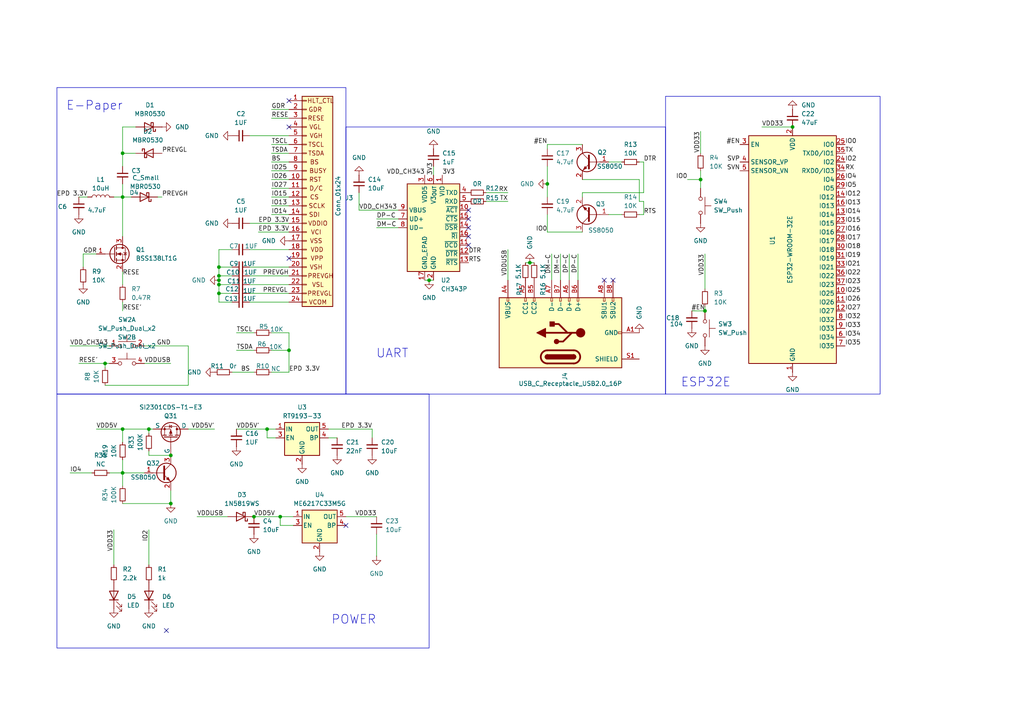
<source format=kicad_sch>
(kicad_sch (version 20250114) (generator "eeschema") (generator_version "9.0")
  (paper "A4")
  (lib_symbols
    (symbol "Connector:USB_C_Receptacle_USB2.0_16P" (pin_names (offset 1.016))
      (property "Reference" "J" (at 0 22.225 0))
      (property "Value" "USB_C_Receptacle_USB2.0_16P" (at 0 19.685 0))
      (symbol "USB_C_Receptacle_USB2.0_16P_1_1"
        (pin passive line (at -7.62 -22.86 90) (length 5.08) (name "SHIELD") (number "S1"))
        (pin passive line (at 0 -22.86 90) (length 5.08) (name "GND") (number "A1"))
        (pin passive line (at 0 -22.86 90) (length 5.08) (hide yes) (name "GND") (number "A12"))
        (pin passive line (at 0 -22.86 90) (length 5.08) (hide yes) (name "GND") (number "B1"))
        (pin passive line (at 0 -22.86 90) (length 5.08) (hide yes) (name "GND") (number "B12"))
        (pin passive line (at 15.24 15.24 180) (length 5.08) (name "VBUS") (number "A4"))
        (pin passive line (at 15.24 15.24 180) (length 5.08) (hide yes) (name "VBUS") (number "A9"))
        (pin passive line (at 15.24 15.24 180) (length 5.08) (hide yes) (name "VBUS") (number "B4"))
        (pin passive line (at 15.24 15.24 180) (length 5.08) (hide yes) (name "VBUS") (number "B9"))
        (pin bidirectional line (at 15.24 10.16 180) (length 5.08) (name "CC1") (number "A5"))
        (pin bidirectional line (at 15.24 7.62 180) (length 5.08) (name "CC2") (number "B5"))
        (pin bidirectional line (at 15.24 2.54 180) (length 5.08) (name "D-") (number "A7"))
        (pin bidirectional line (at 15.24 0 180) (length 5.08) (name "D-") (number "B7"))
        (pin bidirectional line (at 15.24 -2.54 180) (length 5.08) (name "D+") (number "A6"))
        (pin bidirectional line (at 15.24 -5.08 180) (length 5.08) (name "D+") (number "B6"))
        (pin bidirectional line (at 15.24 -12.7 180) (length 5.08) (name "SBU1") (number "A8"))
        (pin bidirectional line (at 15.24 -15.24 180) (length 5.08) (name "SBU2") (number "B8"))
      )
    )
    (symbol "Connector_Generic:Conn_01x24" (pin_names (offset 1.016) (hide yes))
      (property "Reference" "J3" (at 2.54 0.0001 0))
      (property "Value" "Conn_01x24" (at 2.54 -2.5399 0))
      (symbol "Conn_01x24_1_1"
        (text "BS" (at 2.286 10.16 0) (effects (font (size 1.27 1.27))))
        (text "CS" (at 2.286 0 0) (effects (font (size 1.27 1.27))))
        (text "SDI" (at 2.286 -5.08 0) (effects (font (size 1.27 1.27))))
        (text "GDR" (at 2.54 25.4 0) (effects (font (size 1.27 1.27))))
        (text "VGL" (at 2.54 20.32 0) (effects (font (size 1.27 1.27))))
        (text "RST" (at 2.54 5.08 0) (effects (font (size 1.27 1.27))))
        (text "RESE\n" (at 2.794 22.86 0) (effects (font (size 1.27 1.27))))
        (text "VGH" (at 2.794 17.78 0) (effects (font (size 1.27 1.27))))
        (text "TSCL" (at 2.794 15.24 0) (effects (font (size 1.27 1.27))))
        (text "TSDA" (at 2.794 12.7 0) (effects (font (size 1.27 1.27))))
        (text "D/C\n" (at 2.794 2.54 0) (effects (font (size 1.27 1.27))))
        (text "VCI" (at 2.794 -10.16 0) (effects (font (size 1.27 1.27))))
        (text "VSS" (at 2.794 -12.7 0) (effects (font (size 1.27 1.27))))
        (text "VSH" (at 2.794 -20.32 0) (effects (font (size 1.27 1.27))))
        (text "SCLK" (at 3.048 -2.54 0) (effects (font (size 1.27 1.27))))
        (text "VDD" (at 3.048 -15.24 0) (effects (font (size 1.27 1.27))))
        (text "VPP" (at 3.048 -17.78 0) (effects (font (size 1.27 1.27))))
        (text "BUSY" (at 3.302 7.62 0) (effects (font (size 1.27 1.27))))
        (text "VDDIO" (at 3.302 -7.62 0) (effects (font (size 1.27 1.27))))
        (text "VSL" (at 3.302 -25.4 0) (effects (font (size 1.27 1.27))))
        (text "VCOM" (at 3.302 -30.48 0) (effects (font (size 1.27 1.27))))
        (text "PREVGL\n" (at 3.81 -27.94 0) (effects (font (size 1.27 1.27))))
        (text "HLT_CTL" (at 4.064 27.94 0) (effects (font (size 1.27 1.27))))
        (text "PREVGH" (at 4.064 -22.86 0) (effects (font (size 1.27 1.27))))
        (pin passive line (at -5.08 27.94 0) (length 3.81) (name "Pin_1") (number "1"))
        (pin passive line (at -5.08 25.4 0) (length 3.81) (name "Pin_2") (number "2"))
        (pin passive line (at -5.08 22.86 0) (length 3.81) (name "Pin_3") (number "3"))
        (pin passive line (at -5.08 20.32 0) (length 3.81) (name "Pin_4") (number "4"))
        (pin passive line (at -5.08 17.78 0) (length 3.81) (name "Pin_5") (number "5"))
        (pin passive line (at -5.08 15.24 0) (length 3.81) (name "Pin_6") (number "6"))
        (pin passive line (at -5.08 12.7 0) (length 3.81) (name "Pin_7") (number "7"))
        (pin passive line (at -5.08 10.16 0) (length 3.81) (name "Pin_8") (number "8"))
        (pin passive line (at -5.08 7.62 0) (length 3.81) (name "Pin_9") (number "9"))
        (pin passive line (at -5.08 5.08 0) (length 3.81) (name "Pin_10") (number "10"))
        (pin passive line (at -5.08 2.54 0) (length 3.81) (name "Pin_11") (number "11"))
        (pin passive line (at -5.08 0 0) (length 3.81) (name "Pin_12") (number "12"))
        (pin passive line (at -5.08 -2.54 0) (length 3.81) (name "Pin_13") (number "13"))
        (pin passive line (at -5.08 -5.08 0) (length 3.81) (name "Pin_14") (number "14"))
        (pin passive line (at -5.08 -7.62 0) (length 3.81) (name "Pin_15") (number "15"))
        (pin passive line (at -5.08 -10.16 0) (length 3.81) (name "Pin_16") (number "16"))
        (pin passive line (at -5.08 -12.7 0) (length 3.81) (name "Pin_17") (number "17"))
        (pin passive line (at -5.08 -15.24 0) (length 3.81) (name "Pin_18") (number "18"))
        (pin passive line (at -5.08 -17.78 0) (length 3.81) (name "Pin_19") (number "19"))
        (pin passive line (at -5.08 -20.32 0) (length 3.81) (name "Pin_20") (number "20"))
        (pin passive line (at -5.08 -22.86 0) (length 3.81) (name "Pin_21") (number "21"))
        (pin passive line (at -5.08 -25.4 0) (length 3.81) (name "Pin_22") (number "22"))
        (pin passive line (at -5.08 -27.94 0) (length 3.81) (name "Pin_23") (number "23"))
        (pin passive line (at -5.08 -30.48 0) (length 3.81) (name "Pin_24") (number "24"))
      )
    )
    (symbol "Device:C_Small" (pin_numbers (hide yes)) (pin_names (offset 0.254) (hide yes))
      (property "Reference" "C" (at 0.254 1.778 0))
      (property "Value" "C_Small" (at 0.254 -2.032 0))
      (symbol "C_Small_1_1"
        (pin passive line (at 0 2.54 270) (length 2.032) (name "~") (number "1"))
        (pin passive line (at 0 -2.54 90) (length 2.032) (name "~") (number "2"))
      )
    )
    (symbol "Device:L" (pin_numbers (hide yes)) (pin_names (offset 1.016) (hide yes))
      (property "Reference" "L" (at -1.27 0 90))
      (property "Value" "L" (at 1.905 0 90))
      (symbol "L_1_1"
        (pin passive line (at 0 3.81 270) (length 1.27) (name "1") (number "1"))
        (pin passive line (at 0 -3.81 90) (length 1.27) (name "2") (number "2"))
      )
    )
    (symbol "Device:LED" (pin_numbers (hide yes)) (pin_names (offset 1.016) (hide yes))
      (property "Reference" "D" (at 0 2.54 0))
      (property "Value" "LED" (at 0 -2.54 0))
      (symbol "LED_1_1"
        (pin passive line (at -3.81 0 0) (length 2.54) (name "K") (number "1"))
        (pin passive line (at 3.81 0 180) (length 2.54) (name "A") (number "2"))
      )
    )
    (symbol "Device:R_Small" (pin_numbers (hide yes)) (pin_names (offset 0.254) (hide yes))
      (property "Reference" "R" (at 0.762 0.508 0))
      (property "Value" "R_Small" (at 0.762 -1.016 0))
      (symbol "R_Small_1_1"
        (pin passive line (at 0 2.54 270) (length 0.762) (name "~") (number "1"))
        (pin passive line (at 0 -2.54 90) (length 0.762) (name "~") (number "2"))
      )
    )
    (symbol "Diode:1N5819WS" (pin_numbers (hide yes)) (pin_names (offset 1.016) (hide yes))
      (property "Reference" "D" (at 0 2.54 0))
      (property "Value" "1N5819WS" (at 0 -2.54 0))
      (symbol "1N5819WS_1_1"
        (pin passive line (at -3.81 0 0) (length 2.54) (name "K") (number "1"))
        (pin passive line (at 3.81 0 180) (length 2.54) (name "A") (number "2"))
      )
    )
    (symbol "Diode:MBR0530" (pin_numbers (hide yes)) (pin_names (offset 1.016) (hide yes))
      (property "Reference" "D" (at 0 2.54 0))
      (property "Value" "MBR0530" (at 0 -2.54 0))
      (symbol "MBR0530_1_1"
        (pin passive line (at -3.81 0 0) (length 2.54) (name "K") (number "1"))
        (pin passive line (at 3.81 0 180) (length 2.54) (name "A") (number "2"))
      )
    )
    (symbol "Interface_USB:CH343P"
      (property "Reference" "U" (at -8.89 13.97 0))
      (property "Value" "CH343P" (at 7.62 13.97 0))
      (symbol "CH343P_1_0"
        (pin power_in line (at -2.54 -15.24 90) (length 2.54) (name "GND_EPAD") (number "17"))
        (pin power_in line (at 0 -15.24 90) (length 2.54) (name "GND") (number "2"))
      )
      (symbol "CH343P_1_1"
        (pin input line (at -10.16 5.08 0) (length 2.54) (name "VBUS") (number "9"))
        (pin bidirectional line (at -10.16 2.54 0) (length 2.54) (name "UD+") (number "7"))
        (pin bidirectional line (at -10.16 0 0) (length 2.54) (name "UD-") (number "8"))
        (pin power_in line (at -2.54 15.24 270) (length 2.54) (name "VDD5") (number "3"))
        (pin power_out line (at 0 15.24 270) (length 2.54) (name "V3_{OUT}") (number "6"))
        (pin power_in line (at 2.54 15.24 270) (length 2.54) (name "VIO") (number "1"))
        (pin output line (at 10.16 10.16 180) (length 2.54) (name "TXD") (number "4"))
        (pin input line (at 10.16 7.62 180) (length 2.54) (name "RXD") (number "5"))
        (pin output line (at 10.16 5.08 180) (length 2.54) (name "~{ACT}") (number "10"))
        (pin input line (at 10.16 2.54 180) (length 2.54) (name "~{CTS}") (number "15"))
        (pin input line (at 10.16 0 180) (length 2.54) (name "~{DSR}") (number "14"))
        (pin input line (at 10.16 -2.54 180) (length 2.54) (name "~{RI}") (number "16"))
        (pin input line (at 10.16 -5.08 180) (length 2.54) (name "~{DCD}") (number "11"))
        (pin output line (at 10.16 -7.62 180) (length 2.54) (name "~{DTR}") (number "12"))
        (pin output line (at 10.16 -10.16 180) (length 2.54) (name "~{RTS}") (number "13"))
      )
    )
    (symbol "RF_Module:ESP32-WROOM-32E"
      (property "Reference" "U" (at -12.7 34.29 0))
      (property "Value" "ESP32-WROOM-32E" (at 1.27 34.29 0))
      (symbol "ESP32-WROOM-32E_1_1"
        (pin input line (at -15.24 30.48 0) (length 2.54) (name "EN") (number "3"))
        (pin input line (at -15.24 25.4 0) (length 2.54) (name "SENSOR_VP") (number "4"))
        (pin input line (at -15.24 22.86 0) (length 2.54) (name "SENSOR_VN") (number "5"))
        (pin no_connect line (at -12.7 0 0) (length 2.54) (hide yes) (name "NC") (number "21"))
        (pin no_connect line (at -12.7 -2.54 0) (length 2.54) (hide yes) (name "NC") (number "22"))
        (pin no_connect line (at -12.7 -5.08 0) (length 2.54) (hide yes) (name "NC") (number "17"))
        (pin no_connect line (at -12.7 -7.62 0) (length 2.54) (hide yes) (name "NC") (number "18"))
        (pin no_connect line (at -12.7 -10.16 0) (length 2.54) (hide yes) (name "NC") (number "20"))
        (pin no_connect line (at -12.7 -12.7 0) (length 2.54) (hide yes) (name "NC") (number "19"))
        (pin no_connect line (at -12.7 -27.94 0) (length 2.54) (hide yes) (name "NC") (number "32"))
        (pin power_in line (at 0 35.56 270) (length 2.54) (name "VDD") (number "2"))
        (pin power_in line (at 0 -35.56 90) (length 2.54) (name "GND") (number "1"))
        (pin passive line (at 0 -35.56 90) (length 2.54) (hide yes) (name "GND") (number "15"))
        (pin passive line (at 0 -35.56 90) (length 2.54) (hide yes) (name "GND") (number "38"))
        (pin passive line (at 0 -35.56 90) (length 2.54) (hide yes) (name "GND") (number "39"))
        (pin bidirectional line (at 15.24 30.48 180) (length 2.54) (name "IO0") (number "25"))
        (pin bidirectional line (at 15.24 27.94 180) (length 2.54) (name "TXD0/IO1") (number "35"))
        (pin bidirectional line (at 15.24 25.4 180) (length 2.54) (name "IO2") (number "24"))
        (pin bidirectional line (at 15.24 22.86 180) (length 2.54) (name "RXD0/IO3") (number "34"))
        (pin bidirectional line (at 15.24 20.32 180) (length 2.54) (name "IO4") (number "26"))
        (pin bidirectional line (at 15.24 17.78 180) (length 2.54) (name "IO5") (number "29"))
        (pin bidirectional line (at 15.24 15.24 180) (length 2.54) (name "IO12") (number "14"))
        (pin bidirectional line (at 15.24 12.7 180) (length 2.54) (name "IO13") (number "16"))
        (pin bidirectional line (at 15.24 10.16 180) (length 2.54) (name "IO14") (number "13"))
        (pin bidirectional line (at 15.24 7.62 180) (length 2.54) (name "IO15") (number "23"))
        (pin bidirectional line (at 15.24 5.08 180) (length 2.54) (name "IO16") (number "27"))
        (pin bidirectional line (at 15.24 2.54 180) (length 2.54) (name "IO17") (number "28"))
        (pin bidirectional line (at 15.24 0 180) (length 2.54) (name "IO18") (number "30"))
        (pin bidirectional line (at 15.24 -2.54 180) (length 2.54) (name "IO19") (number "31"))
        (pin bidirectional line (at 15.24 -5.08 180) (length 2.54) (name "IO21") (number "33"))
        (pin bidirectional line (at 15.24 -7.62 180) (length 2.54) (name "IO22") (number "36"))
        (pin bidirectional line (at 15.24 -10.16 180) (length 2.54) (name "IO23") (number "37"))
        (pin bidirectional line (at 15.24 -12.7 180) (length 2.54) (name "IO25") (number "10"))
        (pin bidirectional line (at 15.24 -15.24 180) (length 2.54) (name "IO26") (number "11"))
        (pin bidirectional line (at 15.24 -17.78 180) (length 2.54) (name "IO27") (number "12"))
        (pin bidirectional line (at 15.24 -20.32 180) (length 2.54) (name "IO32") (number "8"))
        (pin bidirectional line (at 15.24 -22.86 180) (length 2.54) (name "IO33") (number "9"))
        (pin input line (at 15.24 -25.4 180) (length 2.54) (name "IO34") (number "6"))
        (pin input line (at 15.24 -27.94 180) (length 2.54) (name "IO35") (number "7"))
      )
    )
    (symbol "Regulator_Linear:MIC5219-2.5YM5" (pin_names (offset 0.254))
      (property "Reference" "U" (at -3.81 5.715 0))
      (property "Value" "MIC5219-2.5YM5" (at 0 5.715 0))
      (symbol "MIC5219-2.5YM5_1_1"
        (pin power_in line (at -7.62 2.54 0) (length 2.54) (name "IN") (number "1"))
        (pin input line (at -7.62 0 0) (length 2.54) (name "EN") (number "3"))
        (pin power_in line (at 0 -7.62 90) (length 2.54) (name "GND") (number "2"))
        (pin power_out line (at 7.62 2.54 180) (length 2.54) (name "OUT") (number "5"))
        (pin input line (at 7.62 0 180) (length 2.54) (name "BP") (number "4"))
      )
    )
    (symbol "Simulation_SPICE:PMOS" (pin_numbers (hide yes)) (pin_names (offset 0))
      (property "Reference" "Q" (at 5.08 1.27 0))
      (property "Value" "PMOS" (at 5.08 -1.27 0))
      (symbol "PMOS_1_1"
        (pin input line (at -5.08 0 0) (length 2.54) (name "G") (number "2"))
        (pin passive line (at 2.54 5.08 270) (length 2.54) (name "D") (number "1"))
        (pin passive line (at 2.54 -5.08 90) (length 2.54) (name "S") (number "3"))
      )
    )
    (symbol "Switch:SW_Push" (pin_numbers (hide yes)) (pin_names (offset 1.016) (hide yes))
      (property "Reference" "SW" (at 1.27 2.54 0))
      (property "Value" "SW_Push" (at 0 -1.524 0))
      (symbol "SW_Push_0_1"
        (pin passive line (at -5.08 0 0) (length 2.54) (name "1") (number "1"))
        (pin passive line (at 5.08 0 180) (length 2.54) (name "2") (number "2"))
      )
    )
    (symbol "Switch:SW_Push_Dual_x2" (pin_names (offset 1.016) (hide yes))
      (property "Reference" "SW" (at 1.27 2.54 0))
      (property "Value" "SW_Push_Dual_x2" (at 0 -1.524 0))
      (symbol "SW_Push_Dual_x2_1_1"
        (pin passive line (at -5.08 0 0) (length 2.54) (name "C") (number "1"))
        (pin passive line (at 5.08 0 180) (length 2.54) (name "D") (number "2"))
      )
      (symbol "SW_Push_Dual_x2_2_1"
        (pin passive line (at -5.08 0 0) (length 2.54) (name "C") (number "3"))
        (pin passive line (at 5.08 0 180) (length 2.54) (name "D") (number "4"))
      )
    )
    (symbol "Transistor_BJT:SS8050" (pin_names (offset 0) (hide yes))
      (property "Reference" "Q" (at 5.08 1.905 0))
      (property "Value" "SS8050" (at 5.08 0 0))
      (symbol "SS8050_1_1"
        (pin input line (at -5.08 0 0) (length 2.54) (name "B") (number "1"))
        (pin passive line (at 2.54 5.08 270) (length 2.54) (name "C") (number "3"))
        (pin passive line (at 2.54 -5.08 90) (length 2.54) (name "E") (number "2"))
      )
    )
    (symbol "Transistor_FET:AO3400A" (pin_names (hide yes))
      (property "Reference" "Q" (at 5.08 1.905 0))
      (property "Value" "AO3400A" (at 5.08 0 0))
      (symbol "AO3400A_1_1"
        (pin input line (at -5.08 0 0) (length 2.54) (name "G") (number "1"))
        (pin passive line (at 2.54 5.08 270) (length 2.54) (name "D") (number "3"))
        (pin passive line (at 2.54 -5.08 90) (length 2.54) (name "S") (number "2"))
      )
    )
    (symbol "power:GND" (power) (pin_numbers (hide yes)) (pin_names (offset 0) (hide yes))
      (property "Value" "GND" (at 0 -3.81 0))
      (symbol "GND_1_1"
        (pin power_in line (at 0 0 270) (length 0) (name "~") (number "1"))
      )
    )
  )
  (rectangle (start 16.51 114.3) (end 124.46 187.96))
  (rectangle (start 193.04 27.94) (end 255.27 114.3))
  (rectangle (start 16.51 25.4) (end 100.33 114.3))
  (rectangle (start 100.33 36.83) (end 193.04 114.3))
  (text "UART" (at 113.792 102.616 0) (effects (font (size 2.54 2.54))))
  (text "POWER" (at 102.616 179.832 0) (effects (font (size 2.54 2.54))))
  (text "ESP32E" (at 204.724 110.998 0) (effects (font (size 2.54 2.54))))
  (text "E-Paper" (at 27.432 30.734 0) (effects (font (size 2.54 2.54))))
  (junction (at 35.56 44.45))
  (junction (at 63.5 77.47))
  (junction (at 81.28 149.86))
  (junction (at 49.53 132.08))
  (junction (at 73.66 149.86))
  (junction (at 30.48 105.41))
  (junction (at 63.5 85.09))
  (junction (at 158.75 53.34))
  (junction (at 124.46 81.28))
  (junction (at 35.56 137.16))
  (junction (at 153.67 76.2))
  (junction (at 77.47 124.46))
  (junction (at 204.47 90.17))
  (junction (at 63.5 82.55))
  (junction (at 49.53 146.05))
  (junction (at 35.56 57.15))
  (junction (at 63.5 80.01))
  (junction (at 203.2 52.07))
  (junction (at 229.87 36.83))
  (junction (at 35.56 124.46))
  (junction (at 43.18 124.46))
  (junction (at 83.82 101.6))
  (junction (at 63.5 81.28))
  (no_connect (at 135.89 63.5))
  (no_connect (at 83.82 36.83))
  (no_connect (at 48.26 182.88))
  (no_connect (at 135.89 66.04))
  (no_connect (at 135.89 68.58))
  (no_connect (at 135.89 60.96))
  (no_connect (at 100.33 152.4))
  (no_connect (at 83.82 74.93))
  (no_connect (at 83.82 29.21))
  (no_connect (at 135.89 71.12))
  (no_connect (at 175.26 81.28))
  (no_connect (at 177.8 81.28))
  (wire (pts (xy 54.61 111.76) (xy 30.48 111.76)))
  (wire (pts (xy 63.5 80.01) (xy 63.5 81.28)))
  (wire (pts (xy 72.39 72.39) (xy 83.82 72.39)))
  (wire (pts (xy 100.33 149.86) (xy 109.22 149.86)))
  (wire (pts (xy 124.46 81.28) (xy 125.73 81.28)))
  (wire (pts (xy 95.25 127) (xy 97.79 127)))
  (wire (pts (xy 72.39 82.55) (xy 83.82 82.55)))
  (wire (pts (xy 63.5 82.55) (xy 63.5 85.09)))
  (wire (pts (xy 35.56 124.46) (xy 35.56 128.27)))
  (wire (pts (xy 67.31 72.39) (xy 63.5 72.39)))
  (wire (pts (xy 168.91 55.88) (xy 186.69 55.88)))
  (wire (pts (xy 63.5 77.47) (xy 63.5 80.01)))
  (wire (pts (xy 20.32 100.33) (xy 31.75 100.33)))
  (wire (pts (xy 72.39 85.09) (xy 83.82 85.09)))
  (wire (pts (xy 63.5 81.28) (xy 63.5 82.55)))
  (wire (pts (xy 49.53 146.05) (xy 49.53 142.24)))
  (wire (pts (xy 22.86 105.41) (xy 30.48 105.41)))
  (wire (pts (xy 85.09 152.4) (xy 81.28 152.4)))
  (wire (pts (xy 35.56 53.34) (xy 35.56 57.15)))
  (wire (pts (xy 27.94 124.46) (xy 35.56 124.46)))
  (wire (pts (xy 186.69 62.23) (xy 185.42 62.23)))
  (wire (pts (xy 104.14 55.88) (xy 104.14 60.96)))
  (wire (pts (xy 200.66 90.17) (xy 204.47 90.17)))
  (wire (pts (xy 186.69 58.42) (xy 186.69 62.23)))
  (wire (pts (xy 185.42 58.42) (xy 186.69 58.42)))
  (wire (pts (xy 158.75 41.91) (xy 168.91 41.91)))
  (wire (pts (xy 95.25 124.46) (xy 107.95 124.46)))
  (wire (pts (xy 81.28 152.4) (xy 81.28 149.86)))
  (wire (pts (xy 78.74 57.15) (xy 83.82 57.15)))
  (wire (pts (xy 41.91 105.41) (xy 49.53 105.41)))
  (wire (pts (xy 147.32 55.88) (xy 140.97 55.88)))
  (wire (pts (xy 35.56 124.46) (xy 43.18 124.46)))
  (wire (pts (xy 43.18 125.73) (xy 43.18 124.46)))
  (wire (pts (xy 30.48 105.41) (xy 31.75 105.41)))
  (wire (pts (xy 165.1 73.66) (xy 165.1 81.28)))
  (wire (pts (xy 123.19 81.28) (xy 124.46 81.28)))
  (wire (pts (xy 109.22 161.29) (xy 109.22 154.94)))
  (wire (pts (xy 35.56 133.35) (xy 35.56 137.16)))
  (wire (pts (xy 62.23 124.46) (xy 54.61 124.46)))
  (wire (pts (xy 72.39 39.37) (xy 83.82 39.37)))
  (wire (pts (xy 204.47 73.66) (xy 204.47 83.82)))
  (wire (pts (xy 54.61 100.33) (xy 54.61 111.76)))
  (wire (pts (xy 186.69 46.99) (xy 185.42 46.99)))
  (wire (pts (xy 22.86 57.15) (xy 25.4 57.15)))
  (wire (pts (xy 68.58 101.6) (xy 73.66 101.6)))
  (wire (pts (xy 199.39 52.07) (xy 203.2 52.07)))
  (wire (pts (xy 72.39 77.47) (xy 83.82 77.47)))
  (wire (pts (xy 204.47 88.9) (xy 204.47 90.17)))
  (wire (pts (xy 78.74 52.07) (xy 83.82 52.07)))
  (wire (pts (xy 35.56 140.97) (xy 35.56 137.16)))
  (wire (pts (xy 81.28 149.86) (xy 85.09 149.86)))
  (wire (pts (xy 35.56 137.16) (xy 41.91 137.16)))
  (wire (pts (xy 147.32 72.39) (xy 147.32 81.28)))
  (wire (pts (xy 35.56 36.83) (xy 35.56 44.45)))
  (wire (pts (xy 153.67 76.2) (xy 152.4 76.2)))
  (wire (pts (xy 83.82 101.6) (xy 83.82 107.95)))
  (wire (pts (xy 35.56 44.45) (xy 39.37 44.45)))
  (wire (pts (xy 160.02 73.66) (xy 160.02 81.28)))
  (wire (pts (xy 63.5 72.39) (xy 63.5 77.47)))
  (wire (pts (xy 180.34 62.23) (xy 176.53 62.23)))
  (wire (pts (xy 78.74 59.69) (xy 83.82 59.69)))
  (wire (pts (xy 125.73 48.26) (xy 125.73 50.8)))
  (wire (pts (xy 168.91 52.07) (xy 185.42 52.07)))
  (wire (pts (xy 35.56 90.17) (xy 35.56 87.63)))
  (wire (pts (xy 63.5 85.09) (xy 63.5 87.63)))
  (wire (pts (xy 63.5 85.09) (xy 67.31 85.09)))
  (wire (pts (xy 78.74 96.52) (xy 83.82 96.52)))
  (wire (pts (xy 77.47 124.46) (xy 80.01 124.46)))
  (wire (pts (xy 158.75 48.26) (xy 158.75 53.34)))
  (wire (pts (xy 220.98 36.83) (xy 229.87 36.83)))
  (wire (pts (xy 109.22 63.5) (xy 115.57 63.5)))
  (wire (pts (xy 78.74 54.61) (xy 83.82 54.61)))
  (wire (pts (xy 78.74 62.23) (xy 83.82 62.23)))
  (wire (pts (xy 186.69 55.88) (xy 186.69 46.99)))
  (wire (pts (xy 35.56 57.15) (xy 38.1 57.15)))
  (wire (pts (xy 83.82 96.52) (xy 83.82 101.6)))
  (wire (pts (xy 45.72 57.15) (xy 46.99 57.15)))
  (wire (pts (xy 203.2 38.1) (xy 203.2 44.45)))
  (wire (pts (xy 78.74 46.99) (xy 83.82 46.99)))
  (wire (pts (xy 33.02 57.15) (xy 35.56 57.15)))
  (wire (pts (xy 74.93 67.31) (xy 83.82 67.31)))
  (wire (pts (xy 180.34 46.99) (xy 176.53 46.99)))
  (wire (pts (xy 154.94 76.2) (xy 153.67 76.2)))
  (wire (pts (xy 72.39 64.77) (xy 83.82 64.77)))
  (wire (pts (xy 72.39 80.01) (xy 83.82 80.01)))
  (wire (pts (xy 77.47 127) (xy 77.47 124.46)))
  (wire (pts (xy 203.2 52.07) (xy 203.2 54.61)))
  (wire (pts (xy 57.15 149.86) (xy 66.04 149.86)))
  (wire (pts (xy 83.82 107.95) (xy 78.74 107.95)))
  (wire (pts (xy 24.13 73.66) (xy 27.94 73.66)))
  (wire (pts (xy 104.14 60.96) (xy 115.57 60.96)))
  (wire (pts (xy 109.22 66.04) (xy 115.57 66.04)))
  (wire (pts (xy 185.42 52.07) (xy 185.42 58.42)))
  (wire (pts (xy 167.64 73.66) (xy 167.64 81.28)))
  (wire (pts (xy 78.74 101.6) (xy 83.82 101.6)))
  (wire (pts (xy 78.74 41.91) (xy 83.82 41.91)))
  (wire (pts (xy 147.32 58.42) (xy 140.97 58.42)))
  (wire (pts (xy 68.58 124.46) (xy 77.47 124.46)))
  (wire (pts (xy 158.75 53.34) (xy 158.75 57.15)))
  (wire (pts (xy 72.39 87.63) (xy 83.82 87.63)))
  (wire (pts (xy 78.74 49.53) (xy 83.82 49.53)))
  (wire (pts (xy 168.91 57.15) (xy 168.91 55.88)))
  (wire (pts (xy 20.32 137.16) (xy 26.67 137.16)))
  (wire (pts (xy 78.74 31.75) (xy 83.82 31.75)))
  (wire (pts (xy 63.5 80.01) (xy 67.31 80.01)))
  (wire (pts (xy 162.56 73.66) (xy 162.56 81.28)))
  (wire (pts (xy 73.66 149.86) (xy 81.28 149.86)))
  (wire (pts (xy 203.2 49.53) (xy 203.2 52.07)))
  (wire (pts (xy 78.74 44.45) (xy 83.82 44.45)))
  (wire (pts (xy 63.5 87.63) (xy 67.31 87.63)))
  (wire (pts (xy 41.91 100.33) (xy 54.61 100.33)))
  (wire (pts (xy 43.18 124.46) (xy 44.45 124.46)))
  (wire (pts (xy 30.48 106.68) (xy 30.48 105.41)))
  (wire (pts (xy 158.75 43.18) (xy 158.75 41.91)))
  (wire (pts (xy 80.01 127) (xy 77.47 127)))
  (wire (pts (xy 43.18 130.81) (xy 43.18 132.08)))
  (wire (pts (xy 158.75 67.31) (xy 168.91 67.31)))
  (wire (pts (xy 39.37 36.83) (xy 35.56 36.83)))
  (wire (pts (xy 68.58 96.52) (xy 73.66 96.52)))
  (wire (pts (xy 33.02 153.67) (xy 33.02 163.83)))
  (wire (pts (xy 107.95 124.46) (xy 107.95 127)))
  (wire (pts (xy 63.5 82.55) (xy 67.31 82.55)))
  (wire (pts (xy 67.31 107.95) (xy 73.66 107.95)))
  (wire (pts (xy 43.18 153.67) (xy 43.18 163.83)))
  (wire (pts (xy 35.56 48.26) (xy 35.56 44.45)))
  (wire (pts (xy 31.75 137.16) (xy 35.56 137.16)))
  (wire (pts (xy 158.75 62.23) (xy 158.75 67.31)))
  (wire (pts (xy 24.13 77.47) (xy 24.13 73.66)))
  (wire (pts (xy 78.74 34.29) (xy 83.82 34.29)))
  (wire (pts (xy 35.56 146.05) (xy 49.53 146.05)))
  (wire (pts (xy 63.5 77.47) (xy 67.31 77.47)))
  (wire (pts (xy 35.56 82.55) (xy 35.56 78.74)))
  (wire (pts (xy 43.18 132.08) (xy 49.53 132.08)))
  (wire (pts (xy 35.56 57.15) (xy 35.56 68.58)))
  (label "IO15" (at 245.11 64.77 0))
  (label "IO13" (at 78.74 59.69 0))
  (label "IO23" (at 245.11 82.55 0))
  (label "VDDUSB" (at 147.32 72.39 270))
  (label "VDD5V'" (at 62.23 124.46 180))
  (label "TSCL" (at 78.74 41.91 0))
  (label "3V3" (at 125.73 50.8 90))
  (label "TSDA" (at 78.74 44.45 0))
  (label "BS" (at 69.85 107.95 0))
  (label "IO4" (at 245.11 52.07 0))
  (label "IO19" (at 245.11 74.93 0))
  (label "RESE" (at 78.74 34.29 0))
  (label "IO21" (at 245.11 77.47 0))
  (label "IO17" (at 245.11 69.85 0))
  (label "EPD 3.3V" (at 107.95 124.46 180))
  (label "IO26" (at 245.11 87.63 0))
  (label "DM-C" (at 162.56 73.66 270))
  (label "IO4" (at 20.32 137.16 0))
  (label "#EN" (at 214.63 41.91 180))
  (label "VDD5V" (at 73.66 149.86 0))
  (label "GND" (at 49.53 100.33 180))
  (label "PREVGH" (at 76.2 80.01 0))
  (label "RESE" (at 35.56 80.01 0))
  (label "DM-C" (at 109.22 66.04 0))
  (label "PREVGL" (at 76.2 85.09 0))
  (label "IO35" (at 245.11 100.33 0))
  (label "3V3" (at 128.27 50.8 0))
  (label "DM-C" (at 160.02 73.66 270))
  (label "DP-C" (at 167.64 73.66 270))
  (label "RX" (at 245.11 49.53 0))
  (label "DTR" (at 186.69 46.99 0))
  (label "IO25" (at 78.74 49.53 0))
  (label "RESE'" (at 35.56 90.17 0))
  (label "IO14" (at 78.74 62.23 0))
  (label "IO0" (at 245.11 41.91 0))
  (label "TSCL" (at 68.58 96.52 0))
  (label "IO13" (at 245.11 59.69 0))
  (label "IO12" (at 245.11 57.15 0))
  (label "DTR" (at 135.89 73.66 0))
  (label "TX" (at 245.11 44.45 0))
  (label "VDDUSB" (at 49.53 105.41 180))
  (label "IO34" (at 245.11 97.79 0))
  (label "RESE'" (at 22.86 105.41 0))
  (label "IO14" (at 245.11 62.23 0))
  (label "RX" (at 147.32 55.88 180))
  (label "VDD5V'" (at 68.58 124.46 0))
  (label "VDD_CH343" (at 20.32 100.33 0))
  (label "VDDUSB" (at 57.15 149.86 0))
  (label "EPD 3.3V" (at 83.82 107.95 0))
  (label "GDR" (at 24.13 73.66 0))
  (label "IO0" (at 199.39 52.07 180))
  (label "IO27" (at 78.74 54.61 0))
  (label "IO5" (at 245.11 54.61 0))
  (label "VDD33" (at 203.2 38.1 270))
  (label "VDD33" (at 109.22 149.86 180))
  (label "VDD5V" (at 27.94 124.46 0))
  (label "IO0" (at 158.75 67.31 180))
  (label "IO16" (at 245.11 67.31 0))
  (label "EPD 3.3V" (at 74.93 67.31 0))
  (label "RTS" (at 135.89 76.2 0))
  (label "RTS" (at 186.69 62.23 0))
  (label "VDD_CH343" (at 104.14 60.96 0))
  (label "TX" (at 147.32 58.42 180))
  (label "IO33" (at 245.11 95.25 0))
  (label "IO15" (at 78.74 57.15 0))
  (label "IO32" (at 245.11 92.71 0))
  (label "GDR" (at 78.74 31.75 0))
  (label "SVN" (at 214.63 49.53 180))
  (label "IO2" (at 43.18 153.67 270))
  (label "#EN" (at 158.75 41.91 180))
  (label "SVP" (at 214.63 46.99 180))
  (label "IO25" (at 245.11 85.09 0))
  (label "EPD 3.3V" (at 25.4 57.15 180))
  (label "IO2" (at 245.11 46.99 0))
  (label "IO27" (at 245.11 90.17 0))
  (label "EPD 3.3V" (at 74.93 64.77 0))
  (label "VDD33" (at 220.98 36.83 0))
  (label "IO22" (at 245.11 80.01 0))
  (label "TSDA" (at 68.58 101.6 0))
  (label "VDD33" (at 204.47 73.66 270))
  (label "DP-C" (at 109.22 63.5 0))
  (label "IO18" (at 245.11 72.39 0))
  (label "PREVGL" (at 46.99 44.45 0))
  (label "PREVGH" (at 46.99 57.15 0))
  (label "DP-C" (at 165.1 73.66 270))
  (label "#EN" (at 204.47 90.17 180))
  (label "IO26" (at 78.74 52.07 0))
  (label "VDD33" (at 33.02 153.67 270))
  (label "VDD_CH343" (at 123.19 50.8 180))
  (label "BS" (at 78.74 46.99 0))
  (symbol (lib_id "power:GND") (at 67.31 39.37 270) (unit 1)
    (property "Reference" "#PWR03" (effects (hide yes)))
    (property "Value" "GND" (at 63.5 39.3699 90) (effects (justify right)))
    (property "Description" "Power symbol creates a global label with name \"GND\" , ground" (effects (hide yes)))
  )
  (symbol (lib_id "Device:C_Small") (at 109.22 152.4 180) (unit 1)
    (property "Reference" "C23" (at 111.76 151.1235 0) (effects (justify right)))
    (property "Value" "10uF" (at 111.76 153.6635 0) (effects (justify right)))
    (property "Footprint" "Capacitor_SMD:C_0603_1608Metric_Pad1.08x0.95mm_HandSolder" (effects (hide yes)))
    (property "Description" "Unpolarized capacitor, small symbol" (effects (hide yes)))
  )
  (symbol (lib_id "Switch:SW_Push_Dual_x2") (at 36.83 105.41 0) (unit 2)
    (property "Reference" "SW2" (at 36.83 97.79 0))
    (property "Value" "SW_Push_Dual_x2" (at 36.83 100.33 0))
    (property "Footprint" "Button_Switch_SMD:SW_DIP_SPSTx02_Slide_Copal_CHS-02B_W7.62mm_P1.27mm" (effects (hide yes)))
    (property "Description" "Push button switch, generic, separate symbols, four pins" (effects (hide yes)))
  )
  (symbol (lib_id "Transistor_FET:AO3400A") (at 33.02 73.66 0) (unit 1)
    (property "Reference" "Q1" (at 39.37 72.3899 0) (effects (justify left)))
    (property "Value" "BSS138LT1G" (at 39.37 74.9299 0) (effects (justify left)))
    (property "Footprint" "Package_TO_SOT_SMD:SOT-23" (effects (hide yes)))
    (property "Datasheet" "http://www.aosmd.com/pdfs/datasheet/AO3400A.pdf" (effects (hide yes)))
    (property "Description" "30V Vds, 5.7A Id, N-Channel MOSFET, SOT-23" (effects (hide yes)))
  )
  (symbol (lib_id "RF_Module:ESP32-WROOM-32E") (at 229.87 72.39 0) (unit 1)
    (property "Reference" "U1" (at 224.028 71.12 90) (effects (justify left)))
    (property "Value" "ESP32-WROOM-32E" (at 229.108 82.296 90) (effects (justify left)))
    (property "Footprint" "RF_Module:ESP32-WROOM-32D" (effects (hide yes)))
    (property "Datasheet" "https://www.espressif.com/sites/default/files/documentation/esp32-wroom-32e_esp32-wroom-32ue_datasheet_en.pdf" (effects (hide yes)))
    (property "Description" "RF Module, ESP32-D0WD-V3 SoC, without PSRAM, Wi-Fi 802.11b/g/n, Bluetooth, BLE, 32-bit, 2.7-3.6V, onboard antenna, SMD" (effects (hide yes)))
  )
  (symbol (lib_id "power:GND") (at 204.47 100.33 0) (unit 1)
    (property "Reference" "#PWR012" (effects (hide yes)))
    (property "Value" "GND" (at 204.47 105.41 0))
    (property "Description" "Power symbol creates a global label with name \"GND\" , ground" (effects (hide yes)))
  )
  (symbol (lib_id "power:GND") (at 229.87 107.95 0) (unit 1)
    (property "Reference" "#PWR010" (effects (hide yes)))
    (property "Value" "GND" (at 229.87 113.03 0))
    (property "Description" "Power symbol creates a global label with name \"GND\" , ground" (effects (hide yes)))
  )
  (symbol (lib_id "Switch:SW_Push") (at 204.47 95.25 270) (unit 1)
    (property "Reference" "SW3" (at 208.28 93.9799 90) (effects (justify left)))
    (property "Value" "SW_Push" (at 208.28 96.5199 90) (effects (justify left)))
    (property "Footprint" "Button_Switch_SMD:SW_Push_SPST_NO_Alps_SKRK" (effects (hide yes)))
    (property "Description" "Push button switch, generic, two pins" (effects (hide yes)))
  )
  (symbol (lib_id "power:GND") (at 22.86 62.23 0) (unit 1)
    (property "Reference" "#PWR07" (effects (hide yes)))
    (property "Value" "GND" (at 22.86 67.31 0))
    (property "Description" "Power symbol creates a global label with name \"GND\" , ground" (effects (hide yes)))
  )
  (symbol (lib_id "Device:R_Small") (at 154.94 78.74 0) (unit 1)
    (property "Reference" "R16" (at 157.48 83.82 90))
    (property "Value" "5.1K" (at 157.48 78.74 90))
    (property "Footprint" "Resistor_SMD:R_0603_1608Metric_Pad0.98x0.95mm_HandSolder" (effects (hide yes)))
    (property "Description" "Resistor, small symbol" (effects (hide yes)))
  )
  (symbol (lib_id "power:GND") (at 63.5 81.28 270) (unit 1)
    (property "Reference" "#PWR04" (effects (hide yes)))
    (property "Value" "GND" (at 59.69 81.2799 90) (effects (justify right)))
    (property "Description" "Power symbol creates a global label with name \"GND\" , ground" (effects (hide yes)))
  )
  (symbol (lib_id "power:GND") (at 92.71 160.02 0) (unit 1)
    (property "Reference" "#PWR029" (effects (hide yes)))
    (property "Value" "GND" (at 92.71 165.1 0))
    (property "Description" "Power symbol creates a global label with name \"GND\" , ground" (effects (hide yes)))
  )
  (symbol (lib_id "Device:R_Small") (at 152.4 78.74 0) (unit 1)
    (property "Reference" "R17" (at 150.622 83.82 90))
    (property "Value" "5.1K" (at 150.368 78.74 90))
    (property "Footprint" "Resistor_SMD:R_0603_1608Metric_Pad0.98x0.95mm_HandSolder" (effects (hide yes)))
    (property "Description" "Resistor, small symbol" (effects (hide yes)))
  )
  (symbol (lib_id "Device:C_Small") (at 69.85 87.63 90) (unit 1)
    (property "Reference" "C13" (at 67.056 86.614 90))
    (property "Value" "1UF" (at 72.39 86.614 90))
    (property "Footprint" "Capacitor_SMD:C_0603_1608Metric_Pad1.08x0.95mm_HandSolder" (effects (hide yes)))
    (property "Description" "Unpolarized capacitor, small symbol" (effects (hide yes)))
  )
  (symbol (lib_id "Device:L") (at 29.21 57.15 90) (unit 1)
    (property "Reference" "L1" (at 29.21 52.07 90))
    (property "Value" "10uH" (at 29.21 54.61 90))
    (property "Footprint" "Inductor_SMD:L_Changjiang_FNR4020S" (effects (hide yes)))
    (property "Description" "Inductor" (effects (hide yes)))
  )
  (symbol (lib_id "power:GND") (at 49.53 146.05 0) (unit 1)
    (property "Reference" "#PWR023" (effects (hide yes)))
    (property "Value" "GND" (at 49.53 151.13 0))
    (property "Description" "Power symbol creates a global label with name \"GND\" , ground" (effects (hide yes)))
  )
  (symbol (lib_id "power:GND") (at 203.2 64.77 0) (unit 1)
    (property "Reference" "#PWR013" (effects (hide yes)))
    (property "Value" "GND" (at 203.2 69.85 0))
    (property "Description" "Power symbol creates a global label with name \"GND\" , ground" (effects (hide yes)))
  )
  (symbol (lib_id "Device:R_Small") (at 203.2 46.99 0) (unit 1)
    (property "Reference" "R4" (at 205.74 45.7199 0) (effects (justify left)))
    (property "Value" "10K" (at 205.74 48.2599 0) (effects (justify left)))
    (property "Footprint" "Resistor_SMD:R_0603_1608Metric_Pad0.98x0.95mm_HandSolder" (effects (hide yes)))
    (property "Description" "Resistor, small symbol" (effects (hide yes)))
  )
  (symbol (lib_id "Device:C_Small") (at 158.75 59.69 180) (unit 1)
    (property "Reference" "C19" (at 161.29 58.4135 0) (effects (justify right)))
    (property "Value" "4.7uF" (at 161.29 60.9535 0) (effects (justify right)))
    (property "Footprint" "Capacitor_SMD:C_0603_1608Metric_Pad1.08x0.95mm_HandSolder" (effects (hide yes)))
    (property "Description" "Unpolarized capacitor, small symbol" (effects (hide yes)))
  )
  (symbol (lib_id "Device:R_Small") (at 29.21 137.16 270) (mirror x) (unit 1)
    (property "Reference" "R35" (at 29.21 132.08 90))
    (property "Value" "NC" (at 29.21 134.62 90))
    (property "Footprint" "Resistor_SMD:R_0603_1608Metric_Pad0.98x0.95mm_HandSolder" (effects (hide yes)))
    (property "Description" "Resistor, small symbol" (effects (hide yes)))
  )
  (symbol (lib_id "power:GND") (at 24.13 82.55 0) (unit 1)
    (property "Reference" "#PWR08" (effects (hide yes)))
    (property "Value" "GND" (at 24.13 87.63 0))
    (property "Description" "Power symbol creates a global label with name \"GND\" , ground" (effects (hide yes)))
  )
  (symbol (lib_id "power:GND") (at 97.79 132.08 0) (unit 1)
    (property "Reference" "#PWR026" (effects (hide yes)))
    (property "Value" "GND" (at 97.79 137.16 0))
    (property "Description" "Power symbol creates a global label with name \"GND\" , ground" (effects (hide yes)))
  )
  (symbol (lib_id "Device:C_Small") (at 35.56 50.8 0) (unit 1)
    (property "Reference" "C3" (at 38.1 49.5362 0) (effects (justify left)))
    (property "Value" "C_Small" (at 38.354 51.562 0) (effects (justify left)))
    (property "Footprint" "Capacitor_SMD:C_0603_1608Metric_Pad1.08x0.95mm_HandSolder" (effects (hide yes)))
    (property "Description" "Unpolarized capacitor, small symbol" (effects (hide yes)))
  )
  (symbol (lib_id "Device:R_Small") (at 138.43 58.42 90) (unit 1)
    (property "Reference" "R15" (at 142.748 57.404 90))
    (property "Value" "0R" (at 138.43 58.42 90))
    (property "Footprint" "Resistor_SMD:R_0603_1608Metric_Pad0.98x0.95mm_HandSolder" (effects (hide yes)))
    (property "Description" "Resistor, small symbol" (effects (hide yes)))
  )
  (symbol (lib_id "Device:R_Small") (at 64.77 107.95 90) (unit 1)
    (property "Reference" "R11" (at 62.992 106.172 90))
    (property "Value" "0r" (at 67.564 106.172 90))
    (property "Footprint" "Resistor_SMD:R_0603_1608Metric_Pad0.98x0.95mm_HandSolder" (effects (hide yes)))
    (property "Description" "Resistor, small symbol" (effects (hide yes)))
  )
  (symbol (lib_id "Diode:MBR0530") (at 43.18 36.83 180) (unit 1)
    (property "Reference" "D1" (at 43.4975 30.48 0))
    (property "Value" "MBR0530" (at 43.4975 33.02 0))
    (property "Footprint" "Diode_SMD:D_SOD-123" (effects (hide yes)))
    (property "Datasheet" "http://www.mccsemi.com/up_pdf/MBR0520~MBR0580(SOD123).pdf" (effects (hide yes)))
    (property "Description" "30V 0.5A Schottky Power Rectifier Diode, SOD-123" (effects (hide yes)))
  )
  (symbol (lib_id "Device:R_Small") (at 35.56 130.81 0) (mirror y) (unit 1)
    (property "Reference" "R19" (at 30.48 130.81 90))
    (property "Value" "10K" (at 33.02 130.81 90))
    (property "Footprint" "Resistor_SMD:R_0603_1608Metric_Pad0.98x0.95mm_HandSolder" (effects (hide yes)))
    (property "Description" "Resistor, small symbol" (effects (hide yes)))
  )
  (symbol (lib_id "Switch:SW_Push") (at 203.2 59.69 270) (unit 1)
    (property "Reference" "SW4" (at 207.01 58.4199 90) (effects (justify left)))
    (property "Value" "SW_Push" (at 207.01 60.9599 90) (effects (justify left)))
    (property "Footprint" "Button_Switch_SMD:SW_Push_SPST_NO_Alps_SKRK" (effects (hide yes)))
    (property "Description" "Push button switch, generic, two pins" (effects (hide yes)))
  )
  (symbol (lib_id "power:GND") (at 68.58 129.54 0) (unit 1)
    (property "Reference" "#PWR024" (effects (hide yes)))
    (property "Value" "GND" (at 68.58 134.62 0))
    (property "Description" "Power symbol creates a global label with name \"GND\" , ground" (effects (hide yes)))
  )
  (symbol (lib_id "Device:C_Small") (at 107.95 129.54 180) (unit 1)
    (property "Reference" "C20" (at 110.49 128.2635 0) (effects (justify right)))
    (property "Value" "10uF" (at 110.49 130.8035 0) (effects (justify right)))
    (property "Footprint" "Capacitor_SMD:C_0603_1608Metric_Pad1.08x0.95mm_HandSolder" (effects (hide yes)))
    (property "Description" "Unpolarized capacitor, small symbol" (effects (hide yes)))
  )
  (symbol (lib_id "power:GND") (at 33.02 176.53 0) (unit 1)
    (property "Reference" "#PWR032" (effects (hide yes)))
    (property "Value" "GND" (at 33.02 181.61 0))
    (property "Description" "Power symbol creates a global label with name \"GND\" , ground" (effects (hide yes)))
  )
  (symbol (lib_id "power:GND") (at 107.95 132.08 0) (unit 1)
    (property "Reference" "#PWR027" (effects (hide yes)))
    (property "Value" "GND" (at 107.95 137.16 0))
    (property "Description" "Power symbol creates a global label with name \"GND\" , ground" (effects (hide yes)))
  )
  (symbol (lib_id "Regulator_Linear:MIC5219-2.5YM5") (at 87.63 127 0) (unit 1)
    (property "Reference" "U3" (at 87.63 118.11 0))
    (property "Value" "RT9193-33" (at 87.63 120.65 0))
    (property "Footprint" "Package_TO_SOT_SMD:SOT-23-5" (effects (hide yes)))
    (property "Datasheet" "http://ww1.microchip.com/downloads/en/DeviceDoc/MIC5219-500mA-Peak-Output-LDO-Regulator-DS20006021A.pdf" (effects (hide yes)))
    (property "Description" "500mA low dropout linear regulator, fixed 2.5V output, SOT-23-5" (effects (hide yes)))
  )
  (symbol (lib_id "power:GND") (at 158.75 53.34 270) (unit 1)
    (property "Reference" "#PWR022" (effects (hide yes)))
    (property "Value" "GND" (at 154.94 53.3399 90) (effects (justify right)))
    (property "Description" "Power symbol creates a global label with name \"GND\" , ground" (effects (hide yes)))
  )
  (symbol (lib_id "Device:C_Small") (at 125.73 45.72 180) (unit 1)
    (property "Reference" "C15" (at 128.27 44.4435 0) (effects (justify right)))
    (property "Value" "1uF" (at 128.27 46.9835 0) (effects (justify right)))
    (property "Footprint" "Capacitor_SMD:C_0603_1608Metric_Pad1.08x0.95mm_HandSolder" (effects (hide yes)))
    (property "Description" "Unpolarized capacitor, small symbol" (effects (hide yes)))
  )
  (symbol (lib_id "Device:R_Small") (at 35.56 85.09 0) (unit 1)
    (property "Reference" "R7" (at 38.1 83.8199 0) (effects (justify left)))
    (property "Value" "0.47R" (at 38.1 86.3599 0) (effects (justify left)))
    (property "Footprint" "Resistor_SMD:R_0603_1608Metric_Pad0.98x0.95mm_HandSolder" (effects (hide yes)))
    (property "Description" "Resistor, small symbol" (effects (hide yes)))
  )
  (symbol (lib_id "power:GND") (at 125.73 43.18 180) (unit 1)
    (property "Reference" "#PWR021" (effects (hide yes)))
    (property "Value" "GND" (at 125.73 38.1 0))
    (property "Description" "Power symbol creates a global label with name \"GND\" , ground" (effects (hide yes)))
  )
  (symbol (lib_id "Transistor_BJT:SS8050") (at 171.45 62.23 180) (unit 1)
    (property "Reference" "Q3" (at 175.514 59.182 0) (effects (justify left)))
    (property "Value" "SS8050" (at 178.054 66.802 0) (effects (justify left)))
    (property "Footprint" "Package_TO_SOT_SMD:SOT-23" (effects (hide yes)))
    (property "Datasheet" "http://www.secosgmbh.com/datasheet/products/SSMPTransistor/SOT-23/SS8050.pdf" (effects (hide yes)))
    (property "Description" "General Purpose NPN Transistor, 1.5A Ic, 25V Vce, SOT-23" (effects (hide yes)))
  )
  (symbol (lib_id "Device:R_Small") (at 43.18 128.27 0) (mirror y) (unit 1)
    (property "Reference" "R33" (at 38.1 128.27 90))
    (property "Value" "100K" (at 40.64 128.27 90))
    (property "Footprint" "Resistor_SMD:R_0603_1608Metric_Pad0.98x0.95mm_HandSolder" (effects (hide yes)))
    (property "Description" "Resistor, small symbol" (effects (hide yes)))
  )
  (symbol (lib_id "power:GND") (at 104.14 50.8 180) (unit 1)
    (property "Reference" "#PWR019" (effects (hide yes)))
    (property "Value" "GND" (at 104.14 45.72 0))
    (property "Description" "Power symbol creates a global label with name \"GND\" , ground" (effects (hide yes)))
  )
  (symbol (lib_id "power:GND") (at 109.22 161.29 0) (unit 1)
    (property "Reference" "#PWR031" (effects (hide yes)))
    (property "Value" "GND" (at 109.22 166.37 0))
    (property "Description" "Power symbol creates a global label with name \"GND\" , ground" (effects (hide yes)))
  )
  (symbol (lib_id "power:GND") (at 62.23 107.95 270) (unit 1)
    (property "Reference" "#PWR09" (effects (hide yes)))
    (property "Value" "GND" (at 58.42 107.9499 90) (effects (justify right)))
    (property "Description" "Power symbol creates a global label with name \"GND\" , ground" (effects (hide yes)))
  )
  (symbol (lib_id "power:GND") (at 229.87 31.75 180) (unit 1)
    (property "Reference" "#PWR02" (effects (hide yes)))
    (property "Value" "GND" (at 232.41 30.4799 0) (effects (justify right)))
    (property "Description" "Power symbol creates a global label with name \"GND\" , ground" (effects (hide yes)))
  )
  (symbol (lib_id "Device:R_Small") (at 138.43 55.88 90) (unit 1)
    (property "Reference" "R12" (at 142.748 54.61 90))
    (property "Value" "0R" (at 138.43 53.34 90))
    (property "Footprint" "Resistor_SMD:R_0603_1608Metric_Pad0.98x0.95mm_HandSolder" (effects (hide yes)))
    (property "Description" "Resistor, small symbol" (effects (hide yes)))
  )
  (symbol (lib_id "Simulation_SPICE:PMOS") (at 49.53 127 270) (mirror x) (unit 1)
    (property "Reference" "Q31" (at 49.53 120.65 90))
    (property "Value" "SI2301CDS-T1-E3" (at 49.53 118.11 90))
    (property "Footprint" "Package_TO_SOT_SMD:SOT-23" (effects (hide yes)))
    (property "Datasheet" "https://ngspice.sourceforge.io/docs/ngspice-html-manual/manual.xhtml#cha_MOSFETs" (effects (hide yes)))
    (property "Description" "P-MOSFET transistor, drain/source/gate" (effects (hide yes)))
    (property "Sim.Device" "PMOS" (effects (hide yes)))
    (property "Sim.Type" "VDMOS" (effects (hide yes)))
    (property "Sim.Pins" "1=D 2=G 3=S" (effects (hide yes)))
  )
  (symbol (lib_id "Device:C_Small") (at 73.66 152.4 180) (unit 1)
    (property "Reference" "C4" (at 76.2 151.1235 0) (effects (justify right)))
    (property "Value" "10uF" (at 76.2 153.6635 0) (effects (justify right)))
    (property "Footprint" "Capacitor_SMD:C_0603_1608Metric_Pad1.08x0.95mm_HandSolder" (effects (hide yes)))
    (property "Description" "Unpolarized capacitor, small symbol" (effects (hide yes)))
  )
  (symbol (lib_id "Device:R_Small") (at 35.56 143.51 0) (mirror y) (unit 1)
    (property "Reference" "R34" (at 30.48 143.51 90))
    (property "Value" "100K" (at 33.02 143.51 90))
    (property "Footprint" "Resistor_SMD:R_0603_1608Metric_Pad0.98x0.95mm_HandSolder" (effects (hide yes)))
    (property "Description" "Resistor, small symbol" (effects (hide yes)))
  )
  (symbol (lib_id "Device:C_Small") (at 68.58 127 180) (unit 1)
    (property "Reference" "C16" (at 71.12 125.7235 0) (effects (justify right)))
    (property "Value" "1UF" (at 71.12 128.2635 0) (effects (justify right)))
    (property "Footprint" "Capacitor_SMD:C_0603_1608Metric_Pad1.08x0.95mm_HandSolder" (effects (hide yes)))
    (property "Description" "Unpolarized capacitor, small symbol" (effects (hide yes)))
  )
  (symbol (lib_id "Device:R_Small") (at 204.47 86.36 0) (unit 1)
    (property "Reference" "R3" (at 207.01 85.0899 0) (effects (justify left)))
    (property "Value" "10K" (at 207.01 87.6299 0) (effects (justify left)))
    (property "Footprint" "Resistor_SMD:R_0603_1608Metric_Pad0.98x0.95mm_HandSolder" (effects (hide yes)))
    (property "Description" "Resistor, small symbol" (effects (hide yes)))
  )
  (symbol (lib_id "Diode:MBR0530") (at 41.91 57.15 180) (unit 1)
    (property "Reference" "D4" (at 38.862 55.88 0))
    (property "Value" "MBR0530" (at 42.164 54.102 0))
    (property "Footprint" "Diode_SMD:D_SOD-123" (effects (hide yes)))
    (property "Datasheet" "http://www.mccsemi.com/up_pdf/MBR0520~MBR0580(SOD123).pdf" (effects (hide yes)))
    (property "Description" "30V 0.5A Schottky Power Rectifier Diode, SOD-123" (effects (hide yes)))
  )
  (symbol (lib_id "Connector_Generic:Conn_01x24") (at 88.9 57.15 0) (unit 1)
    (property "Reference" "J3" (at 100.076 57.404 0) (effects (justify left)))
    (property "Value" "Conn_01x24" (at 98.044 62.738 90) (effects (justify left)))
    (property "Footprint" "Connector_FFC-FPC:Hirose_FH12-24S-0.5SH_1x24-1MP_P0.50mm_Horizontal" (effects (hide yes)))
    (property "Description" "Generic connector, single row, 01x24, script generated (kicad-library-utils/schlib/autogen/connector/)" (effects (hide yes)))
  )
  (symbol (lib_id "Device:C_Small") (at 69.85 82.55 90) (unit 1)
    (property "Reference" "C11" (at 67.818 81.534 90))
    (property "Value" "1UF" (at 72.39 81.534 90))
    (property "Footprint" "Capacitor_SMD:C_0603_1608Metric_Pad1.08x0.95mm_HandSolder" (effects (hide yes)))
    (property "Description" "Unpolarized capacitor, small symbol" (effects (hide yes)))
  )
  (symbol (lib_id "Device:R_Small") (at 182.88 46.99 90) (unit 1)
    (property "Reference" "R13" (at 182.88 41.91 90))
    (property "Value" "10K" (at 182.88 44.45 90))
    (property "Footprint" "Resistor_SMD:R_0603_1608Metric_Pad0.98x0.95mm_HandSolder" (effects (hide yes)))
    (property "Description" "Resistor, small symbol" (effects (hide yes)))
  )
  (symbol (lib_id "Device:C_Small") (at 69.85 80.01 90) (unit 1)
    (property "Reference" "C10" (at 67.564 78.994 90))
    (property "Value" "1UF" (at 72.644 78.994 90))
    (property "Footprint" "Capacitor_SMD:C_0603_1608Metric_Pad1.08x0.95mm_HandSolder" (effects (hide yes)))
    (property "Description" "Unpolarized capacitor, small symbol" (effects (hide yes)))
  )
  (symbol (lib_id "Device:R_Small") (at 43.18 166.37 0) (unit 1)
    (property "Reference" "R1" (at 45.72 165.0999 0) (effects (justify left)))
    (property "Value" "1k" (at 45.72 167.6399 0) (effects (justify left)))
    (property "Footprint" "Resistor_SMD:R_0603_1608Metric_Pad0.98x0.95mm_HandSolder" (effects (hide yes)))
    (property "Description" "Resistor, small symbol" (effects (hide yes)))
  )
  (symbol (lib_id "Device:LED") (at 33.02 172.72 90) (unit 1)
    (property "Reference" "D5" (at 36.83 173.0374 90) (effects (justify right)))
    (property "Value" "LED" (at 36.83 175.5774 90) (effects (justify right)))
    (property "Footprint" "LED_SMD:LED_0805_2012Metric_Pad1.15x1.40mm_HandSolder" (effects (hide yes)))
    (property "Description" "Light emitting diode" (effects (hide yes)))
    (property "Sim.Pins" "1=K 2=A" (effects (hide yes)))
  )
  (symbol (lib_id "Device:R_Small") (at 76.2 96.52 90) (unit 1)
    (property "Reference" "R5" (at 76.454 94.742 90))
    (property "Value" "10K" (at 80.264 95.504 90))
    (property "Footprint" "Resistor_SMD:R_0603_1608Metric_Pad0.98x0.95mm_HandSolder" (effects (hide yes)))
    (property "Description" "Resistor, small symbol" (effects (hide yes)))
  )
  (symbol (lib_id "Device:C_Small") (at 22.86 59.69 0) (unit 1)
    (property "Reference" "C6" (at 16.764 59.944 0) (effects (justify left)))
    (property "Value" "4.7uF" (at 25.4 60.9662 0) (effects (justify left)))
    (property "Footprint" "Capacitor_SMD:C_0603_1608Metric_Pad1.08x0.95mm_HandSolder" (effects (hide yes)))
    (property "Description" "Unpolarized capacitor, small symbol" (effects (hide yes)))
  )
  (symbol (lib_id "power:GND") (at 83.82 69.85 270) (unit 1)
    (property "Reference" "#PWR01" (effects (hide yes)))
    (property "Value" "GND" (at 80.01 69.8499 90) (effects (justify right)))
    (property "Description" "Power symbol creates a global label with name \"GND\" , ground" (effects (hide yes)))
  )
  (symbol (lib_id "Device:R_Small") (at 30.48 109.22 0) (mirror y) (unit 1)
    (property "Reference" "R8" (at 25.4 109.22 90))
    (property "Value" "10K" (at 27.94 109.22 90))
    (property "Footprint" "Resistor_SMD:R_0603_1608Metric_Pad0.98x0.95mm_HandSolder" (effects (hide yes)))
    (property "Description" "Resistor, small symbol" (effects (hide yes)))
  )
  (symbol (lib_id "Device:LED") (at 43.18 172.72 90) (unit 1)
    (property "Reference" "D6" (at 46.99 173.0374 90) (effects (justify right)))
    (property "Value" "LED" (at 46.99 175.5774 90) (effects (justify right)))
    (property "Footprint" "LED_SMD:LED_0805_2012Metric_Pad1.15x1.40mm_HandSolder" (effects (hide yes)))
    (property "Description" "Light emitting diode" (effects (hide yes)))
    (property "Sim.Pins" "1=K 2=A" (effects (hide yes)))
  )
  (symbol (lib_id "Device:R_Small") (at 182.88 62.23 90) (unit 1)
    (property "Reference" "R14" (at 182.88 57.15 90))
    (property "Value" "10K" (at 182.88 59.69 90))
    (property "Footprint" "Resistor_SMD:R_0603_1608Metric_Pad0.98x0.95mm_HandSolder" (effects (hide yes)))
    (property "Description" "Resistor, small symbol" (effects (hide yes)))
  )
  (symbol (lib_id "Device:C_Small") (at 200.66 92.71 0) (mirror x) (unit 1)
    (property "Reference" "C18" (at 197.104 92.202 0) (effects (justify right)))
    (property "Value" "104" (at 198.12 93.9735 0) (effects (justify right)))
    (property "Footprint" "Capacitor_SMD:C_0603_1608Metric_Pad1.08x0.95mm_HandSolder" (effects (hide yes)))
    (property "Description" "Unpolarized capacitor, small symbol" (effects (hide yes)))
  )
  (symbol (lib_id "Diode:MBR0530") (at 43.18 44.45 0) (unit 1)
    (property "Reference" "D2" (at 42.8625 38.1 0))
    (property "Value" "MBR0530" (at 42.8625 40.64 0))
    (property "Footprint" "Diode_SMD:D_SOD-123" (effects (hide yes)))
    (property "Datasheet" "http://www.mccsemi.com/up_pdf/MBR0520~MBR0580(SOD123).pdf" (effects (hide yes)))
    (property "Description" "30V 0.5A Schottky Power Rectifier Diode, SOD-123" (effects (hide yes)))
  )
  (symbol (lib_id "Device:R_Small") (at 33.02 166.37 0) (unit 1)
    (property "Reference" "R2" (at 35.56 165.0999 0) (effects (justify left)))
    (property "Value" "2.2k" (at 35.56 167.6399 0) (effects (justify left)))
    (property "Footprint" "Resistor_SMD:R_0603_1608Metric_Pad0.98x0.95mm_HandSolder" (effects (hide yes)))
    (property "Description" "Resistor, small symbol" (effects (hide yes)))
  )
  (symbol (lib_id "power:GND") (at 73.66 154.94 0) (unit 1)
    (property "Reference" "#PWR028" (effects (hide yes)))
    (property "Value" "GND" (at 73.66 160.02 0))
    (property "Description" "Power symbol creates a global label with name \"GND\" , ground" (effects (hide yes)))
  )
  (symbol (lib_id "power:GND") (at 153.67 76.2 180) (unit 1)
    (property "Reference" "#PWR017" (effects (hide yes)))
    (property "Value" "GND" (at 153.6701 72.39 90) (effects (justify right)))
    (property "Description" "Power symbol creates a global label with name \"GND\" , ground" (effects (hide yes)))
  )
  (symbol (lib_id "Switch:SW_Push_Dual_x2") (at 36.83 100.33 0) (unit 1)
    (property "Reference" "SW2" (at 36.83 92.71 0))
    (property "Value" "SW_Push_Dual_x2" (at 36.83 95.25 0))
    (property "Footprint" "Button_Switch_SMD:SW_DIP_SPSTx02_Slide_Copal_CHS-02B_W7.62mm_P1.27mm" (effects (hide yes)))
    (property "Description" "Push button switch, generic, separate symbols, four pins" (effects (hide yes)))
  )
  (symbol (lib_id "Device:C_Small") (at 69.85 39.37 90) (unit 1)
    (property "Reference" "C2" (at 69.8563 33.02 90))
    (property "Value" "1UF" (at 69.8563 35.56 90))
    (property "Footprint" "Capacitor_SMD:C_0603_1608Metric_Pad1.08x0.95mm_HandSolder" (effects (hide yes)))
    (property "Description" "Unpolarized capacitor, small symbol" (effects (hide yes)))
  )
  (symbol (lib_id "power:GND") (at 67.31 64.77 270) (unit 1)
    (property "Reference" "#PWR05" (effects (hide yes)))
    (property "Value" "GND" (at 63.5 64.7699 90) (effects (justify right)))
    (property "Description" "Power symbol creates a global label with name \"GND\" , ground" (effects (hide yes)))
  )
  (symbol (lib_id "Device:C_Small") (at 69.85 85.09 90) (unit 1)
    (property "Reference" "C12" (at 67.31 83.82 90))
    (property "Value" "1UF" (at 72.39 84.328 90))
    (property "Footprint" "Capacitor_SMD:C_0603_1608Metric_Pad1.08x0.95mm_HandSolder" (effects (hide yes)))
    (property "Description" "Unpolarized capacitor, small symbol" (effects (hide yes)))
  )
  (symbol (lib_id "Transistor_BJT:SS8050") (at 171.45 46.99 0) (mirror y) (unit 1)
    (property "Reference" "Q2" (at 176.022 44.196 0) (effects (justify left)))
    (property "Value" "SS8050" (at 180.594 48.26 0) (effects (justify left)))
    (property "Footprint" "Package_TO_SOT_SMD:SOT-23" (effects (hide yes)))
    (property "Datasheet" "http://www.secosgmbh.com/datasheet/products/SSMPTransistor/SOT-23/SS8050.pdf" (effects (hide yes)))
    (property "Description" "General Purpose NPN Transistor, 1.5A Ic, 25V Vce, SOT-23" (effects (hide yes)))
  )
  (symbol (lib_id "Device:C_Small") (at 97.79 129.54 180) (unit 1)
    (property "Reference" "C21" (at 100.33 128.2635 0) (effects (justify right)))
    (property "Value" "22nF" (at 100.33 130.8035 0) (effects (justify right)))
    (property "Footprint" "Capacitor_SMD:C_0603_1608Metric_Pad1.08x0.95mm_HandSolder" (effects (hide yes)))
    (property "Description" "Unpolarized capacitor, small symbol" (effects (hide yes)))
  )
  (symbol (lib_id "Device:C_Small") (at 104.14 53.34 180) (unit 1)
    (property "Reference" "C14" (at 106.68 52.0635 0) (effects (justify right)))
    (property "Value" "10uF" (at 106.68 54.6035 0) (effects (justify right)))
    (property "Footprint" "Capacitor_SMD:C_0603_1608Metric_Pad1.08x0.95mm_HandSolder" (effects (hide yes)))
    (property "Description" "Unpolarized capacitor, small symbol" (effects (hide yes)))
  )
  (symbol (lib_id "power:GND") (at 43.18 176.53 0) (unit 1)
    (property "Reference" "#PWR033" (effects (hide yes)))
    (property "Value" "GND" (at 43.18 181.61 0))
    (property "Description" "Power symbol creates a global label with name \"GND\" , ground" (effects (hide yes)))
  )
  (symbol (lib_id "Device:C_Small") (at 69.85 72.39 90) (unit 1)
    (property "Reference" "C7" (at 67.818 71.374 90))
    (property "Value" "1UF" (at 72.898 71.374 90))
    (property "Footprint" "Capacitor_SMD:C_0603_1608Metric_Pad1.08x0.95mm_HandSolder" (effects (hide yes)))
    (property "Description" "Unpolarized capacitor, small symbol" (effects (hide yes)))
  )
  (symbol (lib_id "Transistor_BJT:SS8050") (at 46.99 137.16 0) (unit 1)
    (property "Reference" "Q32" (at 42.418 134.366 0) (effects (justify left)))
    (property "Value" "SS8050" (at 37.846 138.43 0) (effects (justify left)))
    (property "Footprint" "Package_TO_SOT_SMD:SOT-23" (effects (hide yes)))
    (property "Datasheet" "http://www.secosgmbh.com/datasheet/products/SSMPTransistor/SOT-23/SS8050.pdf" (effects (hide yes)))
    (property "Description" "General Purpose NPN Transistor, 1.5A Ic, 25V Vce, SOT-23" (effects (hide yes)))
  )
  (symbol (lib_id "power:GND") (at 124.46 81.28 0) (unit 1)
    (property "Reference" "#PWR020" (effects (hide yes)))
    (property "Value" "GND" (at 124.46 86.36 0))
    (property "Description" "Power symbol creates a global label with name \"GND\" , ground" (effects (hide yes)))
  )
  (symbol (lib_id "power:GND") (at 185.42 96.52 180) (unit 1)
    (property "Reference" "#PWR018" (effects (hide yes)))
    (property "Value" "GND" (at 185.4201 92.71 90) (effects (justify right)))
    (property "Description" "Power symbol creates a global label with name \"GND\" , ground" (effects (hide yes)))
  )
  (symbol (lib_id "Diode:1N5819WS") (at 69.85 149.86 180) (unit 1)
    (property "Reference" "D3" (at 70.1675 143.51 0))
    (property "Value" "1N5819WS" (at 70.1675 146.05 0))
    (property "Footprint" "Diode_SMD:D_SOD-323" (effects (hide yes)))
    (property "Datasheet" "https://datasheet.lcsc.com/lcsc/2204281430_Guangdong-Hottech-1N5819WS_C191023.pdf" (effects (hide yes)))
    (property "Description" "40V 600mV@1A 1A SOD-323 Schottky Barrier Diodes, SOD-323" (effects (hide yes)))
  )
  (symbol (lib_id "Regulator_Linear:MIC5219-2.5YM5") (at 92.71 152.4 0) (unit 1)
    (property "Reference" "U4" (at 92.71 143.51 0))
    (property "Value" "ME6217C33M5G" (at 92.71 146.05 0))
    (property "Footprint" "Package_TO_SOT_SMD:SOT-23-5" (effects (hide yes)))
    (property "Datasheet" "http://ww1.microchip.com/downloads/en/DeviceDoc/MIC5219-500mA-Peak-Output-LDO-Regulator-DS20006021A.pdf" (effects (hide yes)))
    (property "Description" "500mA low dropout linear regulator, fixed 2.5V output, SOT-23-5" (effects (hide yes)))
  )
  (symbol (lib_id "Device:C_Small") (at 69.85 64.77 90) (unit 1)
    (property "Reference" "C5" (at 69.8563 58.42 90))
    (property "Value" "1UF" (at 69.8563 60.96 90))
    (property "Footprint" "Capacitor_SMD:C_0603_1608Metric_Pad1.08x0.95mm_HandSolder" (effects (hide yes)))
    (property "Description" "Unpolarized capacitor, small symbol" (effects (hide yes)))
  )
  (symbol (lib_id "Device:C_Small") (at 229.87 34.29 0) (unit 1)
    (property "Reference" "C22" (at 232.41 33.0262 0) (effects (justify left)))
    (property "Value" "47uF" (at 232.41 35.5662 0) (effects (justify left)))
    (property "Footprint" "Capacitor_SMD:C_0603_1608Metric_Pad1.08x0.95mm_HandSolder" (effects (hide yes)))
    (property "Description" "Unpolarized capacitor, small symbol" (effects (hide yes)))
  )
  (symbol (lib_id "power:GND") (at 87.63 134.62 0) (unit 1)
    (property "Reference" "#PWR025" (effects (hide yes)))
    (property "Value" "GND" (at 87.63 139.7 0))
    (property "Description" "Power symbol creates a global label with name \"GND\" , ground" (effects (hide yes)))
  )
  (symbol (lib_id "Device:R_Small") (at 76.2 101.6 90) (unit 1)
    (property "Reference" "R6" (at 75.946 99.822 90))
    (property "Value" "10K" (at 80.01 100.584 90))
    (property "Footprint" "Resistor_SMD:R_0603_1608Metric_Pad0.98x0.95mm_HandSolder" (effects (hide yes)))
    (property "Description" "Resistor, small symbol" (effects (hide yes)))
  )
  (symbol (lib_id "Device:R_Small") (at 76.2 107.95 90) (unit 1)
    (property "Reference" "R10" (at 76.2 106.172 90))
    (property "Value" "NC" (at 80.01 106.934 90))
    (property "Footprint" "Resistor_SMD:R_0603_1608Metric_Pad0.98x0.95mm_HandSolder" (effects (hide yes)))
    (property "Description" "Resistor, small symbol" (effects (hide yes)))
  )
  (symbol (lib_id "Interface_USB:CH343P") (at 125.73 66.04 0) (unit 1)
    (property "Reference" "U2" (at 127.8733 81.28 0) (effects (justify left)))
    (property "Value" "CH343P" (at 127.8733 83.82 0) (effects (justify left)))
    (property "Footprint" "Package_DFN_QFN:WCH_QFN-16-1EP_3x3mm_P0.5mm_EP1.8x1.8mm" (effects (hide yes)))
    (property "Datasheet" "https://www.wch-ic.com/downloads/CH343DS1_PDF.html" (effects (hide yes)))
    (property "Description" "High-Speed USB serial converter, up to 6Mbps, 3.3V or 5V supply, UART, QFN-16" (effects (hide yes)))
  )
  (symbol (lib_id "Device:R_Small") (at 24.13 80.01 0) (unit 1)
    (property "Reference" "R9" (at 26.67 78.7399 0) (effects (justify left)))
    (property "Value" "10K" (at 26.67 81.2799 0) (effects (justify left)))
    (property "Footprint" "Resistor_SMD:R_0603_1608Metric_Pad0.98x0.95mm_HandSolder" (effects (hide yes)))
    (property "Description" "Resistor, small symbol" (effects (hide yes)))
  )
  (symbol (lib_id "Device:C_Small") (at 158.75 45.72 0) (unit 1)
    (property "Reference" "C17" (at 161.29 44.4562 0) (effects (justify left)))
    (property "Value" "4.7uf" (at 161.29 46.9962 0) (effects (justify left)))
    (property "Footprint" "Capacitor_SMD:C_0603_1608Metric_Pad1.08x0.95mm_HandSolder" (effects (hide yes)))
    (property "Description" "Unpolarized capacitor, small symbol" (effects (hide yes)))
  )
  (symbol (lib_id "Connector:USB_C_Receptacle_USB2.0_16P") (at 162.56 96.52 90) (unit 1)
    (property "Reference" "J4" (at 163.8301 107.95 0) (effects (justify right)))
    (property "Value" "USB_C_Receptacle_USB2.0_16P" (at 150.368 111.252 90) (effects (justify right)))
    (property "Footprint" "Connector_USB:USB_C_Receptacle_XKB_U262-16XN-4BVC11" (effects (hide yes)))
    (property "Datasheet" "https://www.usb.org/sites/default/files/documents/usb_type-c.zip" (effects (hide yes)))
    (property "Description" "USB 2.0-only 16P Type-C Receptacle connector" (effects (hide yes)))
  )
  (symbol (lib_id "power:GND") (at 200.66 95.25 0) (unit 1)
    (property "Reference" "#PWR011" (effects (hide yes)))
    (property "Value" "GND" (at 200.66 100.33 0))
    (property "Description" "Power symbol creates a global label with name \"GND\" , ground" (effects (hide yes)))
  )
  (symbol (lib_id "power:GND") (at 46.99 36.83 90) (unit 1)
    (property "Reference" "#PWR06" (effects (hide yes)))
    (property "Value" "GND" (at 50.8 36.8299 90) (effects (justify right)))
    (property "Description" "Power symbol creates a global label with name \"GND\" , ground" (effects (hide yes)))
  )
  (symbol (lib_id "Device:C_Small") (at 69.85 77.47 90) (unit 1)
    (property "Reference" "C9" (at 67.818 76.454 90))
    (property "Value" "1UF" (at 72.39 76.454 90))
    (property "Footprint" "Capacitor_SMD:C_0603_1608Metric_Pad1.08x0.95mm_HandSolder" (effects (hide yes)))
    (property "Description" "Unpolarized capacitor, small symbol" (effects (hide yes)))
  )
)
</source>
